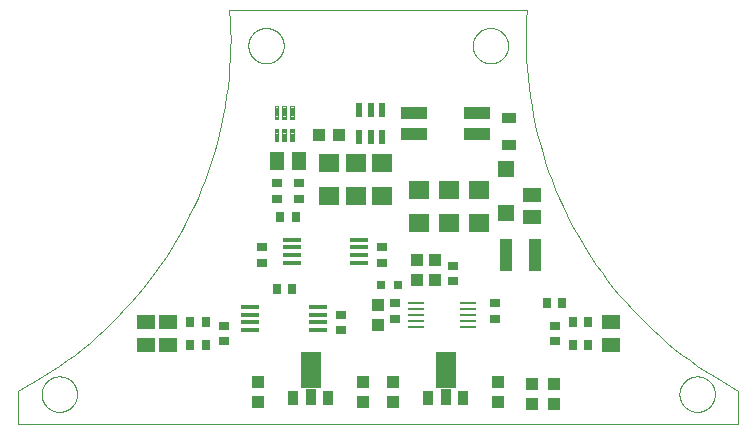
<source format=gtp>
G75*
%MOIN*%
%OFA0B0*%
%FSLAX25Y25*%
%IPPOS*%
%LPD*%
%AMOC8*
5,1,8,0,0,1.08239X$1,22.5*
%
%ADD10C,0.00000*%
%ADD11C,0.00039*%
%ADD12R,0.03937X0.04331*%
%ADD13R,0.03543X0.02756*%
%ADD14R,0.02756X0.03543*%
%ADD15R,0.06181X0.01614*%
%ADD16R,0.03543X0.05118*%
%ADD17R,0.03543X0.05807*%
%ADD18R,0.06823X0.12303*%
%ADD19R,0.05906X0.05118*%
%ADD20R,0.05118X0.05906*%
%ADD21R,0.05600X0.01100*%
%ADD22C,0.00394*%
%ADD23R,0.02953X0.02756*%
%ADD24R,0.08661X0.03937*%
%ADD25R,0.05118X0.03543*%
%ADD26R,0.05512X0.05512*%
%ADD27R,0.03937X0.10630*%
%ADD28R,0.04331X0.03937*%
%ADD29R,0.02000X0.04800*%
%ADD30R,0.07087X0.06299*%
D10*
X0032750Y0016500D02*
X0032750Y0027524D01*
X0032750Y0016500D02*
X0272907Y0016500D01*
X0272907Y0027524D01*
X0272907Y0027523D02*
X0270093Y0029042D01*
X0267315Y0030628D01*
X0264577Y0032281D01*
X0261880Y0034000D01*
X0259225Y0035784D01*
X0256614Y0037631D01*
X0254048Y0039541D01*
X0251530Y0041513D01*
X0249060Y0043545D01*
X0246640Y0045636D01*
X0244271Y0047785D01*
X0241954Y0049991D01*
X0239692Y0052252D01*
X0237485Y0054567D01*
X0235335Y0056935D01*
X0233243Y0059354D01*
X0231210Y0061823D01*
X0229237Y0064341D01*
X0227326Y0066905D01*
X0225477Y0069515D01*
X0223692Y0072169D01*
X0221972Y0074866D01*
X0220318Y0077603D01*
X0218730Y0080380D01*
X0217210Y0083194D01*
X0215758Y0086044D01*
X0214376Y0088928D01*
X0213064Y0091845D01*
X0211823Y0094793D01*
X0210654Y0097770D01*
X0209557Y0100775D01*
X0208533Y0103805D01*
X0207582Y0106859D01*
X0206706Y0109935D01*
X0205905Y0113031D01*
X0205179Y0116146D01*
X0204528Y0119278D01*
X0203953Y0122424D01*
X0203455Y0125583D01*
X0203033Y0128754D01*
X0202688Y0131934D01*
X0202420Y0135121D01*
X0202229Y0138314D01*
X0202115Y0141510D01*
X0202079Y0144708D01*
X0202120Y0147906D01*
X0202239Y0151103D01*
X0202435Y0154295D01*
X0103222Y0154295D01*
X0103223Y0154295D02*
X0103419Y0151103D01*
X0103538Y0147906D01*
X0103579Y0144708D01*
X0103543Y0141510D01*
X0103429Y0138314D01*
X0103238Y0135121D01*
X0102970Y0131934D01*
X0102625Y0128754D01*
X0102203Y0125583D01*
X0101705Y0122424D01*
X0101130Y0119278D01*
X0100479Y0116146D01*
X0099753Y0113031D01*
X0098952Y0109935D01*
X0098076Y0106859D01*
X0097125Y0103805D01*
X0096101Y0100775D01*
X0095004Y0097770D01*
X0093835Y0094793D01*
X0092594Y0091845D01*
X0091282Y0088928D01*
X0089900Y0086044D01*
X0088448Y0083194D01*
X0086928Y0080380D01*
X0085340Y0077603D01*
X0083686Y0074866D01*
X0081966Y0072169D01*
X0080181Y0069515D01*
X0078332Y0066905D01*
X0076421Y0064341D01*
X0074448Y0061823D01*
X0072415Y0059354D01*
X0070323Y0056935D01*
X0068173Y0054567D01*
X0065966Y0052252D01*
X0063704Y0049991D01*
X0061387Y0047785D01*
X0059018Y0045636D01*
X0056598Y0043545D01*
X0054128Y0041513D01*
X0051610Y0039541D01*
X0049044Y0037631D01*
X0046433Y0035784D01*
X0043778Y0034000D01*
X0041081Y0032281D01*
X0038343Y0030628D01*
X0035565Y0029042D01*
X0032751Y0027523D01*
D11*
X0040624Y0026343D02*
X0040626Y0026496D01*
X0040632Y0026650D01*
X0040642Y0026803D01*
X0040656Y0026955D01*
X0040674Y0027108D01*
X0040696Y0027259D01*
X0040721Y0027410D01*
X0040751Y0027561D01*
X0040785Y0027711D01*
X0040822Y0027859D01*
X0040863Y0028007D01*
X0040908Y0028153D01*
X0040957Y0028299D01*
X0041010Y0028443D01*
X0041066Y0028585D01*
X0041126Y0028726D01*
X0041190Y0028866D01*
X0041257Y0029004D01*
X0041328Y0029140D01*
X0041403Y0029274D01*
X0041480Y0029406D01*
X0041562Y0029536D01*
X0041646Y0029664D01*
X0041734Y0029790D01*
X0041825Y0029913D01*
X0041919Y0030034D01*
X0042017Y0030152D01*
X0042117Y0030268D01*
X0042221Y0030381D01*
X0042327Y0030492D01*
X0042436Y0030600D01*
X0042548Y0030705D01*
X0042662Y0030806D01*
X0042780Y0030905D01*
X0042899Y0031001D01*
X0043021Y0031094D01*
X0043146Y0031183D01*
X0043273Y0031270D01*
X0043402Y0031352D01*
X0043533Y0031432D01*
X0043666Y0031508D01*
X0043801Y0031581D01*
X0043938Y0031650D01*
X0044077Y0031715D01*
X0044217Y0031777D01*
X0044359Y0031835D01*
X0044502Y0031890D01*
X0044647Y0031941D01*
X0044793Y0031988D01*
X0044940Y0032031D01*
X0045088Y0032070D01*
X0045237Y0032106D01*
X0045387Y0032137D01*
X0045538Y0032165D01*
X0045689Y0032189D01*
X0045842Y0032209D01*
X0045994Y0032225D01*
X0046147Y0032237D01*
X0046300Y0032245D01*
X0046453Y0032249D01*
X0046607Y0032249D01*
X0046760Y0032245D01*
X0046913Y0032237D01*
X0047066Y0032225D01*
X0047218Y0032209D01*
X0047371Y0032189D01*
X0047522Y0032165D01*
X0047673Y0032137D01*
X0047823Y0032106D01*
X0047972Y0032070D01*
X0048120Y0032031D01*
X0048267Y0031988D01*
X0048413Y0031941D01*
X0048558Y0031890D01*
X0048701Y0031835D01*
X0048843Y0031777D01*
X0048983Y0031715D01*
X0049122Y0031650D01*
X0049259Y0031581D01*
X0049394Y0031508D01*
X0049527Y0031432D01*
X0049658Y0031352D01*
X0049787Y0031270D01*
X0049914Y0031183D01*
X0050039Y0031094D01*
X0050161Y0031001D01*
X0050280Y0030905D01*
X0050398Y0030806D01*
X0050512Y0030705D01*
X0050624Y0030600D01*
X0050733Y0030492D01*
X0050839Y0030381D01*
X0050943Y0030268D01*
X0051043Y0030152D01*
X0051141Y0030034D01*
X0051235Y0029913D01*
X0051326Y0029790D01*
X0051414Y0029664D01*
X0051498Y0029536D01*
X0051580Y0029406D01*
X0051657Y0029274D01*
X0051732Y0029140D01*
X0051803Y0029004D01*
X0051870Y0028866D01*
X0051934Y0028726D01*
X0051994Y0028585D01*
X0052050Y0028443D01*
X0052103Y0028299D01*
X0052152Y0028153D01*
X0052197Y0028007D01*
X0052238Y0027859D01*
X0052275Y0027711D01*
X0052309Y0027561D01*
X0052339Y0027410D01*
X0052364Y0027259D01*
X0052386Y0027108D01*
X0052404Y0026955D01*
X0052418Y0026803D01*
X0052428Y0026650D01*
X0052434Y0026496D01*
X0052436Y0026343D01*
X0052434Y0026190D01*
X0052428Y0026036D01*
X0052418Y0025883D01*
X0052404Y0025731D01*
X0052386Y0025578D01*
X0052364Y0025427D01*
X0052339Y0025276D01*
X0052309Y0025125D01*
X0052275Y0024975D01*
X0052238Y0024827D01*
X0052197Y0024679D01*
X0052152Y0024533D01*
X0052103Y0024387D01*
X0052050Y0024243D01*
X0051994Y0024101D01*
X0051934Y0023960D01*
X0051870Y0023820D01*
X0051803Y0023682D01*
X0051732Y0023546D01*
X0051657Y0023412D01*
X0051580Y0023280D01*
X0051498Y0023150D01*
X0051414Y0023022D01*
X0051326Y0022896D01*
X0051235Y0022773D01*
X0051141Y0022652D01*
X0051043Y0022534D01*
X0050943Y0022418D01*
X0050839Y0022305D01*
X0050733Y0022194D01*
X0050624Y0022086D01*
X0050512Y0021981D01*
X0050398Y0021880D01*
X0050280Y0021781D01*
X0050161Y0021685D01*
X0050039Y0021592D01*
X0049914Y0021503D01*
X0049787Y0021416D01*
X0049658Y0021334D01*
X0049527Y0021254D01*
X0049394Y0021178D01*
X0049259Y0021105D01*
X0049122Y0021036D01*
X0048983Y0020971D01*
X0048843Y0020909D01*
X0048701Y0020851D01*
X0048558Y0020796D01*
X0048413Y0020745D01*
X0048267Y0020698D01*
X0048120Y0020655D01*
X0047972Y0020616D01*
X0047823Y0020580D01*
X0047673Y0020549D01*
X0047522Y0020521D01*
X0047371Y0020497D01*
X0047218Y0020477D01*
X0047066Y0020461D01*
X0046913Y0020449D01*
X0046760Y0020441D01*
X0046607Y0020437D01*
X0046453Y0020437D01*
X0046300Y0020441D01*
X0046147Y0020449D01*
X0045994Y0020461D01*
X0045842Y0020477D01*
X0045689Y0020497D01*
X0045538Y0020521D01*
X0045387Y0020549D01*
X0045237Y0020580D01*
X0045088Y0020616D01*
X0044940Y0020655D01*
X0044793Y0020698D01*
X0044647Y0020745D01*
X0044502Y0020796D01*
X0044359Y0020851D01*
X0044217Y0020909D01*
X0044077Y0020971D01*
X0043938Y0021036D01*
X0043801Y0021105D01*
X0043666Y0021178D01*
X0043533Y0021254D01*
X0043402Y0021334D01*
X0043273Y0021416D01*
X0043146Y0021503D01*
X0043021Y0021592D01*
X0042899Y0021685D01*
X0042780Y0021781D01*
X0042662Y0021880D01*
X0042548Y0021981D01*
X0042436Y0022086D01*
X0042327Y0022194D01*
X0042221Y0022305D01*
X0042117Y0022418D01*
X0042017Y0022534D01*
X0041919Y0022652D01*
X0041825Y0022773D01*
X0041734Y0022896D01*
X0041646Y0023022D01*
X0041562Y0023150D01*
X0041480Y0023280D01*
X0041403Y0023412D01*
X0041328Y0023546D01*
X0041257Y0023682D01*
X0041190Y0023820D01*
X0041126Y0023960D01*
X0041066Y0024101D01*
X0041010Y0024243D01*
X0040957Y0024387D01*
X0040908Y0024533D01*
X0040863Y0024679D01*
X0040822Y0024827D01*
X0040785Y0024975D01*
X0040751Y0025125D01*
X0040721Y0025276D01*
X0040696Y0025427D01*
X0040674Y0025578D01*
X0040656Y0025731D01*
X0040642Y0025883D01*
X0040632Y0026036D01*
X0040626Y0026190D01*
X0040624Y0026343D01*
X0109521Y0142484D02*
X0109523Y0142637D01*
X0109529Y0142791D01*
X0109539Y0142944D01*
X0109553Y0143096D01*
X0109571Y0143249D01*
X0109593Y0143400D01*
X0109618Y0143551D01*
X0109648Y0143702D01*
X0109682Y0143852D01*
X0109719Y0144000D01*
X0109760Y0144148D01*
X0109805Y0144294D01*
X0109854Y0144440D01*
X0109907Y0144584D01*
X0109963Y0144726D01*
X0110023Y0144867D01*
X0110087Y0145007D01*
X0110154Y0145145D01*
X0110225Y0145281D01*
X0110300Y0145415D01*
X0110377Y0145547D01*
X0110459Y0145677D01*
X0110543Y0145805D01*
X0110631Y0145931D01*
X0110722Y0146054D01*
X0110816Y0146175D01*
X0110914Y0146293D01*
X0111014Y0146409D01*
X0111118Y0146522D01*
X0111224Y0146633D01*
X0111333Y0146741D01*
X0111445Y0146846D01*
X0111559Y0146947D01*
X0111677Y0147046D01*
X0111796Y0147142D01*
X0111918Y0147235D01*
X0112043Y0147324D01*
X0112170Y0147411D01*
X0112299Y0147493D01*
X0112430Y0147573D01*
X0112563Y0147649D01*
X0112698Y0147722D01*
X0112835Y0147791D01*
X0112974Y0147856D01*
X0113114Y0147918D01*
X0113256Y0147976D01*
X0113399Y0148031D01*
X0113544Y0148082D01*
X0113690Y0148129D01*
X0113837Y0148172D01*
X0113985Y0148211D01*
X0114134Y0148247D01*
X0114284Y0148278D01*
X0114435Y0148306D01*
X0114586Y0148330D01*
X0114739Y0148350D01*
X0114891Y0148366D01*
X0115044Y0148378D01*
X0115197Y0148386D01*
X0115350Y0148390D01*
X0115504Y0148390D01*
X0115657Y0148386D01*
X0115810Y0148378D01*
X0115963Y0148366D01*
X0116115Y0148350D01*
X0116268Y0148330D01*
X0116419Y0148306D01*
X0116570Y0148278D01*
X0116720Y0148247D01*
X0116869Y0148211D01*
X0117017Y0148172D01*
X0117164Y0148129D01*
X0117310Y0148082D01*
X0117455Y0148031D01*
X0117598Y0147976D01*
X0117740Y0147918D01*
X0117880Y0147856D01*
X0118019Y0147791D01*
X0118156Y0147722D01*
X0118291Y0147649D01*
X0118424Y0147573D01*
X0118555Y0147493D01*
X0118684Y0147411D01*
X0118811Y0147324D01*
X0118936Y0147235D01*
X0119058Y0147142D01*
X0119177Y0147046D01*
X0119295Y0146947D01*
X0119409Y0146846D01*
X0119521Y0146741D01*
X0119630Y0146633D01*
X0119736Y0146522D01*
X0119840Y0146409D01*
X0119940Y0146293D01*
X0120038Y0146175D01*
X0120132Y0146054D01*
X0120223Y0145931D01*
X0120311Y0145805D01*
X0120395Y0145677D01*
X0120477Y0145547D01*
X0120554Y0145415D01*
X0120629Y0145281D01*
X0120700Y0145145D01*
X0120767Y0145007D01*
X0120831Y0144867D01*
X0120891Y0144726D01*
X0120947Y0144584D01*
X0121000Y0144440D01*
X0121049Y0144294D01*
X0121094Y0144148D01*
X0121135Y0144000D01*
X0121172Y0143852D01*
X0121206Y0143702D01*
X0121236Y0143551D01*
X0121261Y0143400D01*
X0121283Y0143249D01*
X0121301Y0143096D01*
X0121315Y0142944D01*
X0121325Y0142791D01*
X0121331Y0142637D01*
X0121333Y0142484D01*
X0121331Y0142331D01*
X0121325Y0142177D01*
X0121315Y0142024D01*
X0121301Y0141872D01*
X0121283Y0141719D01*
X0121261Y0141568D01*
X0121236Y0141417D01*
X0121206Y0141266D01*
X0121172Y0141116D01*
X0121135Y0140968D01*
X0121094Y0140820D01*
X0121049Y0140674D01*
X0121000Y0140528D01*
X0120947Y0140384D01*
X0120891Y0140242D01*
X0120831Y0140101D01*
X0120767Y0139961D01*
X0120700Y0139823D01*
X0120629Y0139687D01*
X0120554Y0139553D01*
X0120477Y0139421D01*
X0120395Y0139291D01*
X0120311Y0139163D01*
X0120223Y0139037D01*
X0120132Y0138914D01*
X0120038Y0138793D01*
X0119940Y0138675D01*
X0119840Y0138559D01*
X0119736Y0138446D01*
X0119630Y0138335D01*
X0119521Y0138227D01*
X0119409Y0138122D01*
X0119295Y0138021D01*
X0119177Y0137922D01*
X0119058Y0137826D01*
X0118936Y0137733D01*
X0118811Y0137644D01*
X0118684Y0137557D01*
X0118555Y0137475D01*
X0118424Y0137395D01*
X0118291Y0137319D01*
X0118156Y0137246D01*
X0118019Y0137177D01*
X0117880Y0137112D01*
X0117740Y0137050D01*
X0117598Y0136992D01*
X0117455Y0136937D01*
X0117310Y0136886D01*
X0117164Y0136839D01*
X0117017Y0136796D01*
X0116869Y0136757D01*
X0116720Y0136721D01*
X0116570Y0136690D01*
X0116419Y0136662D01*
X0116268Y0136638D01*
X0116115Y0136618D01*
X0115963Y0136602D01*
X0115810Y0136590D01*
X0115657Y0136582D01*
X0115504Y0136578D01*
X0115350Y0136578D01*
X0115197Y0136582D01*
X0115044Y0136590D01*
X0114891Y0136602D01*
X0114739Y0136618D01*
X0114586Y0136638D01*
X0114435Y0136662D01*
X0114284Y0136690D01*
X0114134Y0136721D01*
X0113985Y0136757D01*
X0113837Y0136796D01*
X0113690Y0136839D01*
X0113544Y0136886D01*
X0113399Y0136937D01*
X0113256Y0136992D01*
X0113114Y0137050D01*
X0112974Y0137112D01*
X0112835Y0137177D01*
X0112698Y0137246D01*
X0112563Y0137319D01*
X0112430Y0137395D01*
X0112299Y0137475D01*
X0112170Y0137557D01*
X0112043Y0137644D01*
X0111918Y0137733D01*
X0111796Y0137826D01*
X0111677Y0137922D01*
X0111559Y0138021D01*
X0111445Y0138122D01*
X0111333Y0138227D01*
X0111224Y0138335D01*
X0111118Y0138446D01*
X0111014Y0138559D01*
X0110914Y0138675D01*
X0110816Y0138793D01*
X0110722Y0138914D01*
X0110631Y0139037D01*
X0110543Y0139163D01*
X0110459Y0139291D01*
X0110377Y0139421D01*
X0110300Y0139553D01*
X0110225Y0139687D01*
X0110154Y0139823D01*
X0110087Y0139961D01*
X0110023Y0140101D01*
X0109963Y0140242D01*
X0109907Y0140384D01*
X0109854Y0140528D01*
X0109805Y0140674D01*
X0109760Y0140820D01*
X0109719Y0140968D01*
X0109682Y0141116D01*
X0109648Y0141266D01*
X0109618Y0141417D01*
X0109593Y0141568D01*
X0109571Y0141719D01*
X0109553Y0141872D01*
X0109539Y0142024D01*
X0109529Y0142177D01*
X0109523Y0142331D01*
X0109521Y0142484D01*
X0184324Y0142484D02*
X0184326Y0142637D01*
X0184332Y0142791D01*
X0184342Y0142944D01*
X0184356Y0143096D01*
X0184374Y0143249D01*
X0184396Y0143400D01*
X0184421Y0143551D01*
X0184451Y0143702D01*
X0184485Y0143852D01*
X0184522Y0144000D01*
X0184563Y0144148D01*
X0184608Y0144294D01*
X0184657Y0144440D01*
X0184710Y0144584D01*
X0184766Y0144726D01*
X0184826Y0144867D01*
X0184890Y0145007D01*
X0184957Y0145145D01*
X0185028Y0145281D01*
X0185103Y0145415D01*
X0185180Y0145547D01*
X0185262Y0145677D01*
X0185346Y0145805D01*
X0185434Y0145931D01*
X0185525Y0146054D01*
X0185619Y0146175D01*
X0185717Y0146293D01*
X0185817Y0146409D01*
X0185921Y0146522D01*
X0186027Y0146633D01*
X0186136Y0146741D01*
X0186248Y0146846D01*
X0186362Y0146947D01*
X0186480Y0147046D01*
X0186599Y0147142D01*
X0186721Y0147235D01*
X0186846Y0147324D01*
X0186973Y0147411D01*
X0187102Y0147493D01*
X0187233Y0147573D01*
X0187366Y0147649D01*
X0187501Y0147722D01*
X0187638Y0147791D01*
X0187777Y0147856D01*
X0187917Y0147918D01*
X0188059Y0147976D01*
X0188202Y0148031D01*
X0188347Y0148082D01*
X0188493Y0148129D01*
X0188640Y0148172D01*
X0188788Y0148211D01*
X0188937Y0148247D01*
X0189087Y0148278D01*
X0189238Y0148306D01*
X0189389Y0148330D01*
X0189542Y0148350D01*
X0189694Y0148366D01*
X0189847Y0148378D01*
X0190000Y0148386D01*
X0190153Y0148390D01*
X0190307Y0148390D01*
X0190460Y0148386D01*
X0190613Y0148378D01*
X0190766Y0148366D01*
X0190918Y0148350D01*
X0191071Y0148330D01*
X0191222Y0148306D01*
X0191373Y0148278D01*
X0191523Y0148247D01*
X0191672Y0148211D01*
X0191820Y0148172D01*
X0191967Y0148129D01*
X0192113Y0148082D01*
X0192258Y0148031D01*
X0192401Y0147976D01*
X0192543Y0147918D01*
X0192683Y0147856D01*
X0192822Y0147791D01*
X0192959Y0147722D01*
X0193094Y0147649D01*
X0193227Y0147573D01*
X0193358Y0147493D01*
X0193487Y0147411D01*
X0193614Y0147324D01*
X0193739Y0147235D01*
X0193861Y0147142D01*
X0193980Y0147046D01*
X0194098Y0146947D01*
X0194212Y0146846D01*
X0194324Y0146741D01*
X0194433Y0146633D01*
X0194539Y0146522D01*
X0194643Y0146409D01*
X0194743Y0146293D01*
X0194841Y0146175D01*
X0194935Y0146054D01*
X0195026Y0145931D01*
X0195114Y0145805D01*
X0195198Y0145677D01*
X0195280Y0145547D01*
X0195357Y0145415D01*
X0195432Y0145281D01*
X0195503Y0145145D01*
X0195570Y0145007D01*
X0195634Y0144867D01*
X0195694Y0144726D01*
X0195750Y0144584D01*
X0195803Y0144440D01*
X0195852Y0144294D01*
X0195897Y0144148D01*
X0195938Y0144000D01*
X0195975Y0143852D01*
X0196009Y0143702D01*
X0196039Y0143551D01*
X0196064Y0143400D01*
X0196086Y0143249D01*
X0196104Y0143096D01*
X0196118Y0142944D01*
X0196128Y0142791D01*
X0196134Y0142637D01*
X0196136Y0142484D01*
X0196134Y0142331D01*
X0196128Y0142177D01*
X0196118Y0142024D01*
X0196104Y0141872D01*
X0196086Y0141719D01*
X0196064Y0141568D01*
X0196039Y0141417D01*
X0196009Y0141266D01*
X0195975Y0141116D01*
X0195938Y0140968D01*
X0195897Y0140820D01*
X0195852Y0140674D01*
X0195803Y0140528D01*
X0195750Y0140384D01*
X0195694Y0140242D01*
X0195634Y0140101D01*
X0195570Y0139961D01*
X0195503Y0139823D01*
X0195432Y0139687D01*
X0195357Y0139553D01*
X0195280Y0139421D01*
X0195198Y0139291D01*
X0195114Y0139163D01*
X0195026Y0139037D01*
X0194935Y0138914D01*
X0194841Y0138793D01*
X0194743Y0138675D01*
X0194643Y0138559D01*
X0194539Y0138446D01*
X0194433Y0138335D01*
X0194324Y0138227D01*
X0194212Y0138122D01*
X0194098Y0138021D01*
X0193980Y0137922D01*
X0193861Y0137826D01*
X0193739Y0137733D01*
X0193614Y0137644D01*
X0193487Y0137557D01*
X0193358Y0137475D01*
X0193227Y0137395D01*
X0193094Y0137319D01*
X0192959Y0137246D01*
X0192822Y0137177D01*
X0192683Y0137112D01*
X0192543Y0137050D01*
X0192401Y0136992D01*
X0192258Y0136937D01*
X0192113Y0136886D01*
X0191967Y0136839D01*
X0191820Y0136796D01*
X0191672Y0136757D01*
X0191523Y0136721D01*
X0191373Y0136690D01*
X0191222Y0136662D01*
X0191071Y0136638D01*
X0190918Y0136618D01*
X0190766Y0136602D01*
X0190613Y0136590D01*
X0190460Y0136582D01*
X0190307Y0136578D01*
X0190153Y0136578D01*
X0190000Y0136582D01*
X0189847Y0136590D01*
X0189694Y0136602D01*
X0189542Y0136618D01*
X0189389Y0136638D01*
X0189238Y0136662D01*
X0189087Y0136690D01*
X0188937Y0136721D01*
X0188788Y0136757D01*
X0188640Y0136796D01*
X0188493Y0136839D01*
X0188347Y0136886D01*
X0188202Y0136937D01*
X0188059Y0136992D01*
X0187917Y0137050D01*
X0187777Y0137112D01*
X0187638Y0137177D01*
X0187501Y0137246D01*
X0187366Y0137319D01*
X0187233Y0137395D01*
X0187102Y0137475D01*
X0186973Y0137557D01*
X0186846Y0137644D01*
X0186721Y0137733D01*
X0186599Y0137826D01*
X0186480Y0137922D01*
X0186362Y0138021D01*
X0186248Y0138122D01*
X0186136Y0138227D01*
X0186027Y0138335D01*
X0185921Y0138446D01*
X0185817Y0138559D01*
X0185717Y0138675D01*
X0185619Y0138793D01*
X0185525Y0138914D01*
X0185434Y0139037D01*
X0185346Y0139163D01*
X0185262Y0139291D01*
X0185180Y0139421D01*
X0185103Y0139553D01*
X0185028Y0139687D01*
X0184957Y0139823D01*
X0184890Y0139961D01*
X0184826Y0140101D01*
X0184766Y0140242D01*
X0184710Y0140384D01*
X0184657Y0140528D01*
X0184608Y0140674D01*
X0184563Y0140820D01*
X0184522Y0140968D01*
X0184485Y0141116D01*
X0184451Y0141266D01*
X0184421Y0141417D01*
X0184396Y0141568D01*
X0184374Y0141719D01*
X0184356Y0141872D01*
X0184342Y0142024D01*
X0184332Y0142177D01*
X0184326Y0142331D01*
X0184324Y0142484D01*
X0253222Y0026343D02*
X0253224Y0026496D01*
X0253230Y0026650D01*
X0253240Y0026803D01*
X0253254Y0026955D01*
X0253272Y0027108D01*
X0253294Y0027259D01*
X0253319Y0027410D01*
X0253349Y0027561D01*
X0253383Y0027711D01*
X0253420Y0027859D01*
X0253461Y0028007D01*
X0253506Y0028153D01*
X0253555Y0028299D01*
X0253608Y0028443D01*
X0253664Y0028585D01*
X0253724Y0028726D01*
X0253788Y0028866D01*
X0253855Y0029004D01*
X0253926Y0029140D01*
X0254001Y0029274D01*
X0254078Y0029406D01*
X0254160Y0029536D01*
X0254244Y0029664D01*
X0254332Y0029790D01*
X0254423Y0029913D01*
X0254517Y0030034D01*
X0254615Y0030152D01*
X0254715Y0030268D01*
X0254819Y0030381D01*
X0254925Y0030492D01*
X0255034Y0030600D01*
X0255146Y0030705D01*
X0255260Y0030806D01*
X0255378Y0030905D01*
X0255497Y0031001D01*
X0255619Y0031094D01*
X0255744Y0031183D01*
X0255871Y0031270D01*
X0256000Y0031352D01*
X0256131Y0031432D01*
X0256264Y0031508D01*
X0256399Y0031581D01*
X0256536Y0031650D01*
X0256675Y0031715D01*
X0256815Y0031777D01*
X0256957Y0031835D01*
X0257100Y0031890D01*
X0257245Y0031941D01*
X0257391Y0031988D01*
X0257538Y0032031D01*
X0257686Y0032070D01*
X0257835Y0032106D01*
X0257985Y0032137D01*
X0258136Y0032165D01*
X0258287Y0032189D01*
X0258440Y0032209D01*
X0258592Y0032225D01*
X0258745Y0032237D01*
X0258898Y0032245D01*
X0259051Y0032249D01*
X0259205Y0032249D01*
X0259358Y0032245D01*
X0259511Y0032237D01*
X0259664Y0032225D01*
X0259816Y0032209D01*
X0259969Y0032189D01*
X0260120Y0032165D01*
X0260271Y0032137D01*
X0260421Y0032106D01*
X0260570Y0032070D01*
X0260718Y0032031D01*
X0260865Y0031988D01*
X0261011Y0031941D01*
X0261156Y0031890D01*
X0261299Y0031835D01*
X0261441Y0031777D01*
X0261581Y0031715D01*
X0261720Y0031650D01*
X0261857Y0031581D01*
X0261992Y0031508D01*
X0262125Y0031432D01*
X0262256Y0031352D01*
X0262385Y0031270D01*
X0262512Y0031183D01*
X0262637Y0031094D01*
X0262759Y0031001D01*
X0262878Y0030905D01*
X0262996Y0030806D01*
X0263110Y0030705D01*
X0263222Y0030600D01*
X0263331Y0030492D01*
X0263437Y0030381D01*
X0263541Y0030268D01*
X0263641Y0030152D01*
X0263739Y0030034D01*
X0263833Y0029913D01*
X0263924Y0029790D01*
X0264012Y0029664D01*
X0264096Y0029536D01*
X0264178Y0029406D01*
X0264255Y0029274D01*
X0264330Y0029140D01*
X0264401Y0029004D01*
X0264468Y0028866D01*
X0264532Y0028726D01*
X0264592Y0028585D01*
X0264648Y0028443D01*
X0264701Y0028299D01*
X0264750Y0028153D01*
X0264795Y0028007D01*
X0264836Y0027859D01*
X0264873Y0027711D01*
X0264907Y0027561D01*
X0264937Y0027410D01*
X0264962Y0027259D01*
X0264984Y0027108D01*
X0265002Y0026955D01*
X0265016Y0026803D01*
X0265026Y0026650D01*
X0265032Y0026496D01*
X0265034Y0026343D01*
X0265032Y0026190D01*
X0265026Y0026036D01*
X0265016Y0025883D01*
X0265002Y0025731D01*
X0264984Y0025578D01*
X0264962Y0025427D01*
X0264937Y0025276D01*
X0264907Y0025125D01*
X0264873Y0024975D01*
X0264836Y0024827D01*
X0264795Y0024679D01*
X0264750Y0024533D01*
X0264701Y0024387D01*
X0264648Y0024243D01*
X0264592Y0024101D01*
X0264532Y0023960D01*
X0264468Y0023820D01*
X0264401Y0023682D01*
X0264330Y0023546D01*
X0264255Y0023412D01*
X0264178Y0023280D01*
X0264096Y0023150D01*
X0264012Y0023022D01*
X0263924Y0022896D01*
X0263833Y0022773D01*
X0263739Y0022652D01*
X0263641Y0022534D01*
X0263541Y0022418D01*
X0263437Y0022305D01*
X0263331Y0022194D01*
X0263222Y0022086D01*
X0263110Y0021981D01*
X0262996Y0021880D01*
X0262878Y0021781D01*
X0262759Y0021685D01*
X0262637Y0021592D01*
X0262512Y0021503D01*
X0262385Y0021416D01*
X0262256Y0021334D01*
X0262125Y0021254D01*
X0261992Y0021178D01*
X0261857Y0021105D01*
X0261720Y0021036D01*
X0261581Y0020971D01*
X0261441Y0020909D01*
X0261299Y0020851D01*
X0261156Y0020796D01*
X0261011Y0020745D01*
X0260865Y0020698D01*
X0260718Y0020655D01*
X0260570Y0020616D01*
X0260421Y0020580D01*
X0260271Y0020549D01*
X0260120Y0020521D01*
X0259969Y0020497D01*
X0259816Y0020477D01*
X0259664Y0020461D01*
X0259511Y0020449D01*
X0259358Y0020441D01*
X0259205Y0020437D01*
X0259051Y0020437D01*
X0258898Y0020441D01*
X0258745Y0020449D01*
X0258592Y0020461D01*
X0258440Y0020477D01*
X0258287Y0020497D01*
X0258136Y0020521D01*
X0257985Y0020549D01*
X0257835Y0020580D01*
X0257686Y0020616D01*
X0257538Y0020655D01*
X0257391Y0020698D01*
X0257245Y0020745D01*
X0257100Y0020796D01*
X0256957Y0020851D01*
X0256815Y0020909D01*
X0256675Y0020971D01*
X0256536Y0021036D01*
X0256399Y0021105D01*
X0256264Y0021178D01*
X0256131Y0021254D01*
X0256000Y0021334D01*
X0255871Y0021416D01*
X0255744Y0021503D01*
X0255619Y0021592D01*
X0255497Y0021685D01*
X0255378Y0021781D01*
X0255260Y0021880D01*
X0255146Y0021981D01*
X0255034Y0022086D01*
X0254925Y0022194D01*
X0254819Y0022305D01*
X0254715Y0022418D01*
X0254615Y0022534D01*
X0254517Y0022652D01*
X0254423Y0022773D01*
X0254332Y0022896D01*
X0254244Y0023022D01*
X0254160Y0023150D01*
X0254078Y0023280D01*
X0254001Y0023412D01*
X0253926Y0023546D01*
X0253855Y0023682D01*
X0253788Y0023820D01*
X0253724Y0023960D01*
X0253664Y0024101D01*
X0253608Y0024243D01*
X0253555Y0024387D01*
X0253506Y0024533D01*
X0253461Y0024679D01*
X0253420Y0024827D01*
X0253383Y0024975D01*
X0253349Y0025125D01*
X0253319Y0025276D01*
X0253294Y0025427D01*
X0253272Y0025578D01*
X0253254Y0025731D01*
X0253240Y0025883D01*
X0253230Y0026036D01*
X0253224Y0026190D01*
X0253222Y0026343D01*
D12*
X0211500Y0023154D03*
X0204000Y0023154D03*
X0204000Y0029846D03*
X0211500Y0029846D03*
X0192750Y0030471D03*
X0192750Y0023779D03*
X0157750Y0023779D03*
X0147750Y0023779D03*
X0147750Y0030471D03*
X0157750Y0030471D03*
X0152750Y0049404D03*
X0152750Y0056096D03*
X0165599Y0064374D03*
X0171849Y0064374D03*
X0171849Y0071067D03*
X0165599Y0071067D03*
X0112750Y0030471D03*
X0112750Y0023779D03*
D13*
X0101500Y0043941D03*
X0101500Y0049059D03*
X0114000Y0070191D03*
X0114000Y0075309D03*
X0119000Y0091441D03*
X0119000Y0096559D03*
X0126500Y0096559D03*
X0126500Y0091441D03*
X0154000Y0075309D03*
X0154000Y0070191D03*
X0158375Y0056559D03*
X0158375Y0051441D03*
X0140250Y0052809D03*
X0140250Y0047691D03*
X0177750Y0063941D03*
X0177750Y0069059D03*
X0191776Y0056589D03*
X0191776Y0051470D03*
X0211776Y0049089D03*
X0211776Y0043970D03*
D14*
X0217691Y0042750D03*
X0222809Y0042750D03*
X0222809Y0050250D03*
X0217691Y0050250D03*
X0214030Y0056776D03*
X0208911Y0056776D03*
X0124059Y0061500D03*
X0118941Y0061500D03*
X0095309Y0050250D03*
X0090191Y0050250D03*
X0090191Y0042750D03*
X0095309Y0042750D03*
X0120191Y0085250D03*
X0125309Y0085250D03*
D15*
X0123951Y0077839D03*
X0123951Y0075280D03*
X0123951Y0072720D03*
X0123951Y0070161D03*
X0146549Y0070161D03*
X0146549Y0072720D03*
X0146549Y0075280D03*
X0146549Y0077839D03*
X0132799Y0055339D03*
X0132799Y0052780D03*
X0132799Y0050220D03*
X0132799Y0047661D03*
X0110201Y0047661D03*
X0110201Y0050220D03*
X0110201Y0052780D03*
X0110201Y0055339D03*
D16*
X0124344Y0025004D03*
X0136156Y0025004D03*
X0169344Y0025004D03*
X0181156Y0025004D03*
D17*
X0175250Y0025348D03*
X0130250Y0025348D03*
D18*
X0130250Y0034404D03*
X0175250Y0034404D03*
D19*
X0230250Y0042760D03*
X0230250Y0050240D03*
X0204000Y0085260D03*
X0204000Y0092740D03*
X0082750Y0050240D03*
X0075250Y0050240D03*
X0075250Y0042760D03*
X0082750Y0042760D03*
D20*
X0119010Y0104000D03*
X0126490Y0104000D03*
D21*
X0165400Y0056650D03*
X0165400Y0054750D03*
X0165400Y0052750D03*
X0165400Y0050750D03*
X0165400Y0048850D03*
X0182600Y0048850D03*
X0182600Y0050750D03*
X0182600Y0052750D03*
X0182600Y0054750D03*
X0182600Y0056650D03*
D22*
X0124649Y0110575D02*
X0124649Y0114865D01*
X0124649Y0110575D02*
X0123469Y0110575D01*
X0123469Y0114865D01*
X0124649Y0114865D01*
X0124649Y0110949D02*
X0123469Y0110949D01*
X0123469Y0111323D02*
X0124649Y0111323D01*
X0124649Y0111697D02*
X0123469Y0111697D01*
X0123469Y0112071D02*
X0124649Y0112071D01*
X0124649Y0112445D02*
X0123469Y0112445D01*
X0123469Y0112819D02*
X0124649Y0112819D01*
X0124649Y0113193D02*
X0123469Y0113193D01*
X0123469Y0113567D02*
X0124649Y0113567D01*
X0124649Y0113941D02*
X0123469Y0113941D01*
X0123469Y0114315D02*
X0124649Y0114315D01*
X0124649Y0114689D02*
X0123469Y0114689D01*
X0122090Y0114865D02*
X0122090Y0110575D01*
X0120910Y0110575D01*
X0120910Y0114865D01*
X0122090Y0114865D01*
X0122090Y0110949D02*
X0120910Y0110949D01*
X0120910Y0111323D02*
X0122090Y0111323D01*
X0122090Y0111697D02*
X0120910Y0111697D01*
X0120910Y0112071D02*
X0122090Y0112071D01*
X0122090Y0112445D02*
X0120910Y0112445D01*
X0120910Y0112819D02*
X0122090Y0112819D01*
X0122090Y0113193D02*
X0120910Y0113193D01*
X0120910Y0113567D02*
X0122090Y0113567D01*
X0122090Y0113941D02*
X0120910Y0113941D01*
X0120910Y0114315D02*
X0122090Y0114315D01*
X0122090Y0114689D02*
X0120910Y0114689D01*
X0119531Y0114865D02*
X0119531Y0110575D01*
X0118351Y0110575D01*
X0118351Y0114865D01*
X0119531Y0114865D01*
X0119531Y0110949D02*
X0118351Y0110949D01*
X0118351Y0111323D02*
X0119531Y0111323D01*
X0119531Y0111697D02*
X0118351Y0111697D01*
X0118351Y0112071D02*
X0119531Y0112071D01*
X0119531Y0112445D02*
X0118351Y0112445D01*
X0118351Y0112819D02*
X0119531Y0112819D01*
X0119531Y0113193D02*
X0118351Y0113193D01*
X0118351Y0113567D02*
X0119531Y0113567D01*
X0119531Y0113941D02*
X0118351Y0113941D01*
X0118351Y0114315D02*
X0119531Y0114315D01*
X0119531Y0114689D02*
X0118351Y0114689D01*
X0118351Y0118135D02*
X0118351Y0122425D01*
X0119531Y0122425D01*
X0119531Y0118135D01*
X0118351Y0118135D01*
X0118351Y0118509D02*
X0119531Y0118509D01*
X0119531Y0118883D02*
X0118351Y0118883D01*
X0118351Y0119257D02*
X0119531Y0119257D01*
X0119531Y0119631D02*
X0118351Y0119631D01*
X0118351Y0120005D02*
X0119531Y0120005D01*
X0119531Y0120379D02*
X0118351Y0120379D01*
X0118351Y0120753D02*
X0119531Y0120753D01*
X0119531Y0121127D02*
X0118351Y0121127D01*
X0118351Y0121501D02*
X0119531Y0121501D01*
X0119531Y0121875D02*
X0118351Y0121875D01*
X0118351Y0122249D02*
X0119531Y0122249D01*
X0120910Y0122425D02*
X0120910Y0118135D01*
X0120910Y0122425D02*
X0122090Y0122425D01*
X0122090Y0118135D01*
X0120910Y0118135D01*
X0120910Y0118509D02*
X0122090Y0118509D01*
X0122090Y0118883D02*
X0120910Y0118883D01*
X0120910Y0119257D02*
X0122090Y0119257D01*
X0122090Y0119631D02*
X0120910Y0119631D01*
X0120910Y0120005D02*
X0122090Y0120005D01*
X0122090Y0120379D02*
X0120910Y0120379D01*
X0120910Y0120753D02*
X0122090Y0120753D01*
X0122090Y0121127D02*
X0120910Y0121127D01*
X0120910Y0121501D02*
X0122090Y0121501D01*
X0122090Y0121875D02*
X0120910Y0121875D01*
X0120910Y0122249D02*
X0122090Y0122249D01*
X0123469Y0122425D02*
X0123469Y0118135D01*
X0123469Y0122425D02*
X0124649Y0122425D01*
X0124649Y0118135D01*
X0123469Y0118135D01*
X0123469Y0118509D02*
X0124649Y0118509D01*
X0124649Y0118883D02*
X0123469Y0118883D01*
X0123469Y0119257D02*
X0124649Y0119257D01*
X0124649Y0119631D02*
X0123469Y0119631D01*
X0123469Y0120005D02*
X0124649Y0120005D01*
X0124649Y0120379D02*
X0123469Y0120379D01*
X0123469Y0120753D02*
X0124649Y0120753D01*
X0124649Y0121127D02*
X0123469Y0121127D01*
X0123469Y0121501D02*
X0124649Y0121501D01*
X0124649Y0121875D02*
X0123469Y0121875D01*
X0123469Y0122249D02*
X0124649Y0122249D01*
D23*
X0153646Y0062750D03*
X0159354Y0062750D03*
D24*
X0164817Y0112957D03*
X0164817Y0120043D03*
X0185683Y0120043D03*
X0185683Y0112957D03*
D25*
X0196500Y0109472D03*
X0196500Y0118528D03*
D26*
X0195250Y0101283D03*
X0195250Y0086717D03*
D27*
X0195526Y0072750D03*
X0204974Y0072750D03*
D28*
X0139846Y0112750D03*
X0133154Y0112750D03*
D29*
X0146510Y0112000D03*
X0150250Y0112000D03*
X0153990Y0112000D03*
X0153990Y0121000D03*
X0150250Y0121000D03*
X0146510Y0121000D03*
D30*
X0145250Y0103262D03*
X0136500Y0103262D03*
X0154000Y0103262D03*
X0166500Y0094512D03*
X0176500Y0094512D03*
X0186500Y0094512D03*
X0186500Y0083488D03*
X0176500Y0083488D03*
X0166500Y0083488D03*
X0154000Y0092238D03*
X0145250Y0092238D03*
X0136500Y0092238D03*
M02*

</source>
